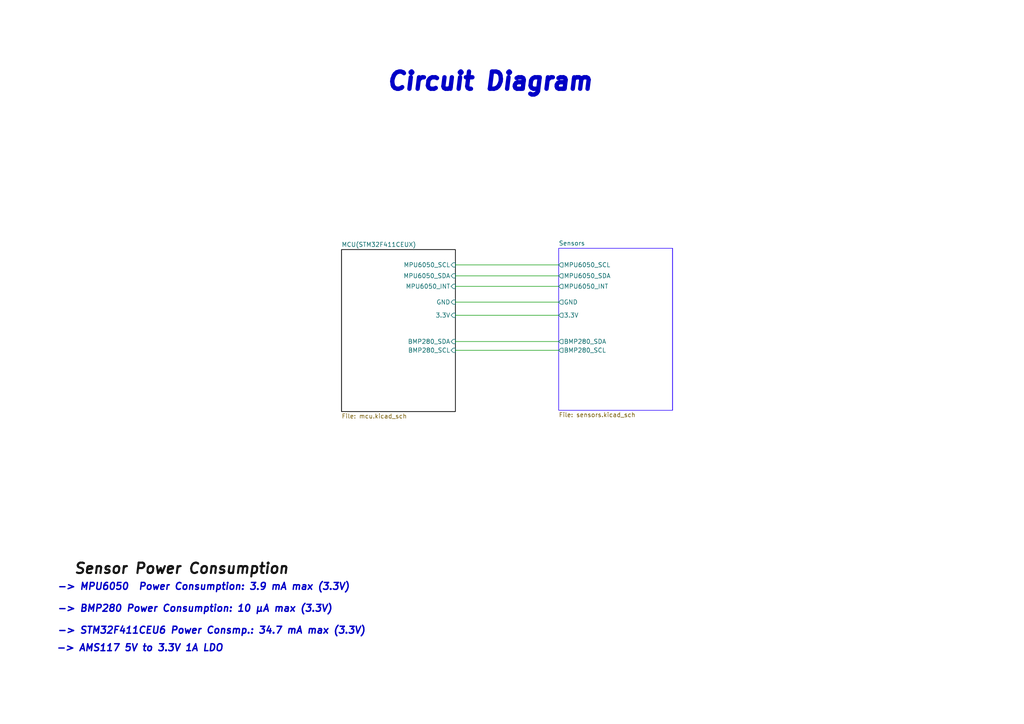
<source format=kicad_sch>
(kicad_sch (version 20211123) (generator eeschema)
  (paper "A4")
  (title_block (title "Flight Controller(Skykiller)") (date "2022-10-27") (rev "Version 1.0") (company " DarkShepperd Electronics") (comment 1 "This is Electronic circuit diagram of  first version Skykiller Flight controller"))
  (lib_symbols)
  (wire (pts (xy 132.08 101.6) (xy 162.052 101.6)))
  (wire (pts (xy 132.08 87.63) (xy 162.052 87.63)))
  (wire (pts (xy 132.08 91.44) (xy 162.052 91.44)))
  (wire (pts (xy 132.08 99.06) (xy 162.052 99.06)))
  (wire (pts (xy 132.08 83.058) (xy 162.052 83.058)))
  (wire (pts (xy 132.08 76.835) (xy 162.052 76.835)))
  (wire (pts (xy 132.08 80.01) (xy 162.052 80.01)))
  (text "-> AMS117 5V to 3.3V 1A LDO \n" (at 16.256 189.23 0) (effects (font (size 2 2) (thickness 0.4) bold italic) (justify left bottom)))
  (text "Circuit Diagram" (at 111.76 26.67 0) (effects (font (size 5 5) (thickness 1.6) bold italic) (justify left bottom)))
  (text "-> MPU6050  Power Consumption: 3.9 mA max (3.3V)" (at 16.51 171.45 0) (effects (font (size 2 2) bold italic) (justify left bottom)))
  (text "-> BMP280 Power Consumption: 10 μA max (3.3V)\n" (at 16.51 177.8 0) (effects (font (size 2 2) (thickness 0.4) bold italic) (justify left bottom)))
  (text "-> STM32F411CEU6 Power Consmp.: 34.7 mA max (3.3V)" (at 16.51 184.15 0) (effects (font (size 2 2) bold italic) (justify left bottom)))
  (label "Sensor Power Consumption" (at 21.336 167.64 0) (effects (font (size 3 3) bold italic)))
  (sheet (at 99.06 72.39) (size 33.02 46.99) (stroke (width 0.1524) (color 0 0 0 1))
    (property "Sheet name" "MCU(STM32F411CEUX)" (at 99.06 71.6784 0) (effects (justify left bottom)))
    (property "Sheet file" "mcu.kicad_sch" (at 99.06 119.9646 0) (effects (justify left top)))
    (pin "MPU6050_SCL" input (at 132.08 76.835 0))
    (pin "MPU6050_INT" input (at 132.08 83.058 0))
    (pin "MPU6050_SDA" input (at 132.08 80.01 0))
    (pin "BMP280_SDA" input (at 132.08 99.06 0))
    (pin "BMP280_SCL" input (at 132.08 101.6 0))
    (pin "GND" input (at 132.08 87.63 0))
    (pin "3.3V" input (at 132.08 91.44 0))
  )
  (sheet (at 162.052 72.009) (size 33.02 46.99) (stroke (width 0.1524) (color 40 0 255 1))
    (property "Sheet name" "Sensors" (at 162.052 71.2974 0) (effects (justify left bottom)))
    (property "Sheet file" "sensors.kicad_sch" (at 162.052 119.5836 0) (effects (justify left top)))
    (pin "MPU6050_INT" output (at 162.052 83.058 180))
    (pin "MPU6050_SDA" output (at 162.052 80.01 180))
    (pin "MPU6050_SCL" output (at 162.052 76.835 180))
    (pin "BMP280_SDA" output (at 162.052 99.06 180))
    (pin "BMP280_SCL" output (at 162.052 101.6 180))
    (pin "GND" output (at 162.052 87.63 180))
    (pin "3.3V" output (at 162.052 91.44 180))
  )
)
</source>
